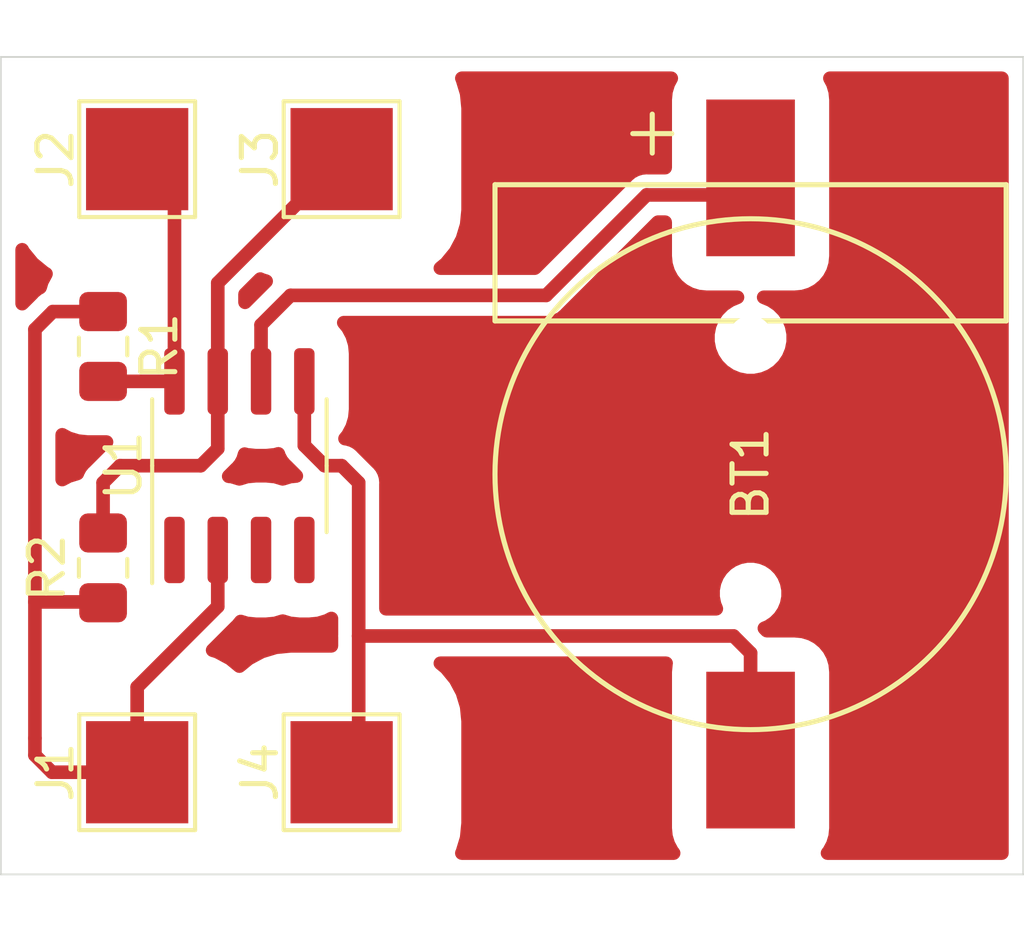
<source format=kicad_pcb>
(kicad_pcb (version 20171130) (host pcbnew 5.1.5)

  (general
    (thickness 1.6)
    (drawings 4)
    (tracks 39)
    (zones 0)
    (modules 8)
    (nets 6)
  )

  (page A4)
  (layers
    (0 F.Cu signal)
    (31 B.Cu signal)
    (32 B.Adhes user)
    (33 F.Adhes user)
    (34 B.Paste user)
    (35 F.Paste user)
    (36 B.SilkS user)
    (37 F.SilkS user)
    (38 B.Mask user)
    (39 F.Mask user)
    (40 Dwgs.User user)
    (41 Cmts.User user)
    (42 Eco1.User user)
    (43 Eco2.User user)
    (44 Edge.Cuts user)
    (45 Margin user)
    (46 B.CrtYd user)
    (47 F.CrtYd user)
    (48 B.Fab user)
    (49 F.Fab user)
  )

  (setup
    (last_trace_width 0.4)
    (trace_clearance 0.2)
    (zone_clearance 0.4)
    (zone_45_only no)
    (trace_min 0.2)
    (via_size 0.8)
    (via_drill 0.4)
    (via_min_size 0.4)
    (via_min_drill 0.3)
    (uvia_size 0.3)
    (uvia_drill 0.1)
    (uvias_allowed no)
    (uvia_min_size 0.2)
    (uvia_min_drill 0.1)
    (edge_width 0.05)
    (segment_width 0.2)
    (pcb_text_width 0.3)
    (pcb_text_size 1.5 1.5)
    (mod_edge_width 0.12)
    (mod_text_size 1 1)
    (mod_text_width 0.15)
    (pad_size 4.6 2.6)
    (pad_drill 0)
    (pad_to_mask_clearance 0.051)
    (solder_mask_min_width 0.25)
    (aux_axis_origin 0 0)
    (visible_elements FFFFFF7F)
    (pcbplotparams
      (layerselection 0x010fc_ffffffff)
      (usegerberextensions false)
      (usegerberattributes false)
      (usegerberadvancedattributes false)
      (creategerberjobfile false)
      (excludeedgelayer true)
      (linewidth 0.100000)
      (plotframeref false)
      (viasonmask false)
      (mode 1)
      (useauxorigin false)
      (hpglpennumber 1)
      (hpglpenspeed 20)
      (hpglpendiameter 15.000000)
      (psnegative false)
      (psa4output false)
      (plotreference true)
      (plotvalue true)
      (plotinvisibletext false)
      (padsonsilk false)
      (subtractmaskfromsilk false)
      (outputformat 1)
      (mirror false)
      (drillshape 1)
      (scaleselection 1)
      (outputdirectory ""))
  )

  (net 0 "")
  (net 1 /VBAT)
  (net 2 GND)
  (net 3 /SCL)
  (net 4 /SDA)
  (net 5 VCC)

  (net_class Default "This is the default net class."
    (clearance 0.2)
    (trace_width 0.4)
    (via_dia 0.8)
    (via_drill 0.4)
    (uvia_dia 0.3)
    (uvia_drill 0.1)
    (add_net /SCL)
    (add_net /SDA)
    (add_net /VBAT)
    (add_net GND)
    (add_net VCC)
  )

  (module project:BatteryHolder_Keystone_1056_1x1220 (layer F.Cu) (tedit 5E4966C4) (tstamp 5E49B659)
    (at 142 100.25 90)
    (path /5E4994B9)
    (fp_text reference BT1 (at 0 0 90) (layer F.SilkS)
      (effects (font (size 1 1) (thickness 0.15)))
    )
    (fp_text value CR1220 (at 0 0 90) (layer F.Fab)
      (effects (font (size 1 1) (thickness 0.15)))
    )
    (fp_text user + (at 10 -3 90) (layer F.SilkS)
      (effects (font (size 1.5 1.5) (thickness 0.15)))
    )
    (fp_line (start 4.5 7.5) (end 4.5 -7.5) (layer F.SilkS) (width 0.15))
    (fp_line (start 8.5 7.5) (end 4.5 7.5) (layer F.SilkS) (width 0.15))
    (fp_line (start 8.5 -7.5) (end 8.5 7.5) (layer F.SilkS) (width 0.15))
    (fp_line (start 4.5 -7.5) (end 8.5 -7.5) (layer F.SilkS) (width 0.15))
    (fp_circle (center 0 0) (end 7.5 0) (layer F.SilkS) (width 0.15))
    (pad 1 smd rect (at 8.7 0 90) (size 4.6 2.6) (layers F.Cu F.Paste F.Mask)
      (net 1 /VBAT) (clearance 1))
    (pad 2 smd rect (at -8.1 0 90) (size 4.6 2.6) (layers F.Cu F.Paste F.Mask)
      (net 2 GND) (clearance 1))
    (pad "" np_thru_hole circle (at 4 0 90) (size 1.3 1.3) (drill 1.3) (layers *.Cu *.Mask))
    (pad "" np_thru_hole circle (at -3.5 0 90) (size 1 1) (drill 1) (layers *.Cu *.Mask))
  )

  (module TestPoint:TestPoint_Pad_3.0x3.0mm (layer F.Cu) (tedit 5A0F774F) (tstamp 5E4981C2)
    (at 124 109 90)
    (descr "SMD rectangular pad as test Point, square 3.0mm side length")
    (tags "test point SMD pad rectangle square")
    (path /5E4A270F)
    (clearance 2)
    (attr virtual)
    (fp_text reference J1 (at 0 -2.398 90) (layer F.SilkS)
      (effects (font (size 1 1) (thickness 0.15)))
    )
    (fp_text value Conn_01x01 (at 0 2.55 90) (layer F.Fab)
      (effects (font (size 1 1) (thickness 0.15)))
    )
    (fp_line (start 2 2) (end -2 2) (layer F.CrtYd) (width 0.05))
    (fp_line (start 2 2) (end 2 -2) (layer F.CrtYd) (width 0.05))
    (fp_line (start -2 -2) (end -2 2) (layer F.CrtYd) (width 0.05))
    (fp_line (start -2 -2) (end 2 -2) (layer F.CrtYd) (width 0.05))
    (fp_line (start -1.7 1.7) (end -1.7 -1.7) (layer F.SilkS) (width 0.12))
    (fp_line (start 1.7 1.7) (end -1.7 1.7) (layer F.SilkS) (width 0.12))
    (fp_line (start 1.7 -1.7) (end 1.7 1.7) (layer F.SilkS) (width 0.12))
    (fp_line (start -1.7 -1.7) (end 1.7 -1.7) (layer F.SilkS) (width 0.12))
    (fp_text user %R (at 0 -2.4 90) (layer F.Fab)
      (effects (font (size 1 1) (thickness 0.15)))
    )
    (pad 1 smd rect (at 0 0 90) (size 3 3) (layers F.Cu F.Mask)
      (net 5 VCC))
  )

  (module TestPoint:TestPoint_Pad_3.0x3.0mm (layer F.Cu) (tedit 5E4944FA) (tstamp 5E49785E)
    (at 130 109 90)
    (descr "SMD rectangular pad as test Point, square 3.0mm side length")
    (tags "test point SMD pad rectangle square")
    (path /5E4A614E)
    (attr virtual)
    (fp_text reference J4 (at 0 -2.398 90) (layer F.SilkS)
      (effects (font (size 1 1) (thickness 0.15)))
    )
    (fp_text value Conn_01x01 (at 0 2.55 90) (layer F.Fab)
      (effects (font (size 1 1) (thickness 0.15)))
    )
    (fp_line (start 2 2) (end -2 2) (layer F.CrtYd) (width 0.05))
    (fp_line (start 2 2) (end 2 -2) (layer F.CrtYd) (width 0.05))
    (fp_line (start -2 -2) (end -2 2) (layer F.CrtYd) (width 0.05))
    (fp_line (start -2 -2) (end 2 -2) (layer F.CrtYd) (width 0.05))
    (fp_line (start -1.7 1.7) (end -1.7 -1.7) (layer F.SilkS) (width 0.12))
    (fp_line (start 1.7 1.7) (end -1.7 1.7) (layer F.SilkS) (width 0.12))
    (fp_line (start 1.7 -1.7) (end 1.7 1.7) (layer F.SilkS) (width 0.12))
    (fp_line (start -1.7 -1.7) (end 1.7 -1.7) (layer F.SilkS) (width 0.12))
    (fp_text user %R (at 0 -2.4 90) (layer F.Fab)
      (effects (font (size 1 1) (thickness 0.15)))
    )
    (pad 1 smd rect (at 0 0 90) (size 3 3) (layers F.Cu F.Mask)
      (net 2 GND) (clearance 2))
  )

  (module TestPoint:TestPoint_Pad_3.0x3.0mm (layer F.Cu) (tedit 5E494504) (tstamp 5E495E2B)
    (at 130 91 90)
    (descr "SMD rectangular pad as test Point, square 3.0mm side length")
    (tags "test point SMD pad rectangle square")
    (path /5E4A355B)
    (attr virtual)
    (fp_text reference J3 (at 0 -2.398 90) (layer F.SilkS)
      (effects (font (size 1 1) (thickness 0.15)))
    )
    (fp_text value Conn_01x01 (at 0 2.55 90) (layer F.Fab)
      (effects (font (size 1 1) (thickness 0.15)))
    )
    (fp_line (start 2 2) (end -2 2) (layer F.CrtYd) (width 0.05))
    (fp_line (start 2 2) (end 2 -2) (layer F.CrtYd) (width 0.05))
    (fp_line (start -2 -2) (end -2 2) (layer F.CrtYd) (width 0.05))
    (fp_line (start -2 -2) (end 2 -2) (layer F.CrtYd) (width 0.05))
    (fp_line (start -1.7 1.7) (end -1.7 -1.7) (layer F.SilkS) (width 0.12))
    (fp_line (start 1.7 1.7) (end -1.7 1.7) (layer F.SilkS) (width 0.12))
    (fp_line (start 1.7 -1.7) (end 1.7 1.7) (layer F.SilkS) (width 0.12))
    (fp_line (start -1.7 -1.7) (end 1.7 -1.7) (layer F.SilkS) (width 0.12))
    (fp_text user %R (at 0 -2.4 90) (layer F.Fab)
      (effects (font (size 1 1) (thickness 0.15)))
    )
    (pad 1 smd rect (at 0 0 90) (size 3 3) (layers F.Cu F.Mask)
      (net 4 /SDA) (clearance 2))
  )

  (module TestPoint:TestPoint_Pad_3.0x3.0mm (layer F.Cu) (tedit 5A0F774F) (tstamp 5E495E1D)
    (at 124 91 90)
    (descr "SMD rectangular pad as test Point, square 3.0mm side length")
    (tags "test point SMD pad rectangle square")
    (path /5E4A33B8)
    (clearance 2)
    (attr virtual)
    (fp_text reference J2 (at 0 -2.398 90) (layer F.SilkS)
      (effects (font (size 1 1) (thickness 0.15)))
    )
    (fp_text value Conn_01x01 (at 0 2.55 90) (layer F.Fab)
      (effects (font (size 1 1) (thickness 0.15)))
    )
    (fp_line (start 2 2) (end -2 2) (layer F.CrtYd) (width 0.05))
    (fp_line (start 2 2) (end 2 -2) (layer F.CrtYd) (width 0.05))
    (fp_line (start -2 -2) (end -2 2) (layer F.CrtYd) (width 0.05))
    (fp_line (start -2 -2) (end 2 -2) (layer F.CrtYd) (width 0.05))
    (fp_line (start -1.7 1.7) (end -1.7 -1.7) (layer F.SilkS) (width 0.12))
    (fp_line (start 1.7 1.7) (end -1.7 1.7) (layer F.SilkS) (width 0.12))
    (fp_line (start 1.7 -1.7) (end 1.7 1.7) (layer F.SilkS) (width 0.12))
    (fp_line (start -1.7 -1.7) (end 1.7 -1.7) (layer F.SilkS) (width 0.12))
    (fp_text user %R (at 0 -2.4 90) (layer F.Fab)
      (effects (font (size 1 1) (thickness 0.15)))
    )
    (pad 1 smd rect (at 0 0 90) (size 3 3) (layers F.Cu F.Mask)
      (net 3 /SCL))
  )

  (module Resistor_SMD:R_0805_2012Metric_Pad1.15x1.40mm_HandSolder (layer F.Cu) (tedit 5B36C52B) (tstamp 5E497ECE)
    (at 123 103 90)
    (descr "Resistor SMD 0805 (2012 Metric), square (rectangular) end terminal, IPC_7351 nominal with elongated pad for handsoldering. (Body size source: https://docs.google.com/spreadsheets/d/1BsfQQcO9C6DZCsRaXUlFlo91Tg2WpOkGARC1WS5S8t0/edit?usp=sharing), generated with kicad-footprint-generator")
    (tags "resistor handsolder")
    (path /5E49E3D0)
    (clearance 1)
    (attr smd)
    (fp_text reference R2 (at 0 -1.65 90) (layer F.SilkS)
      (effects (font (size 1 1) (thickness 0.15)))
    )
    (fp_text value 4.7k (at 0 1.65 90) (layer F.Fab)
      (effects (font (size 1 1) (thickness 0.15)))
    )
    (fp_text user %R (at 0 0 90) (layer F.Fab)
      (effects (font (size 0.5 0.5) (thickness 0.08)))
    )
    (fp_line (start 1.85 0.95) (end -1.85 0.95) (layer F.CrtYd) (width 0.05))
    (fp_line (start 1.85 -0.95) (end 1.85 0.95) (layer F.CrtYd) (width 0.05))
    (fp_line (start -1.85 -0.95) (end 1.85 -0.95) (layer F.CrtYd) (width 0.05))
    (fp_line (start -1.85 0.95) (end -1.85 -0.95) (layer F.CrtYd) (width 0.05))
    (fp_line (start -0.261252 0.71) (end 0.261252 0.71) (layer F.SilkS) (width 0.12))
    (fp_line (start -0.261252 -0.71) (end 0.261252 -0.71) (layer F.SilkS) (width 0.12))
    (fp_line (start 1 0.6) (end -1 0.6) (layer F.Fab) (width 0.1))
    (fp_line (start 1 -0.6) (end 1 0.6) (layer F.Fab) (width 0.1))
    (fp_line (start -1 -0.6) (end 1 -0.6) (layer F.Fab) (width 0.1))
    (fp_line (start -1 0.6) (end -1 -0.6) (layer F.Fab) (width 0.1))
    (pad 2 smd roundrect (at 1.025 0 90) (size 1.15 1.4) (layers F.Cu F.Paste F.Mask) (roundrect_rratio 0.217391)
      (net 4 /SDA))
    (pad 1 smd roundrect (at -1.025 0 90) (size 1.15 1.4) (layers F.Cu F.Paste F.Mask) (roundrect_rratio 0.217391)
      (net 5 VCC))
    (model ${KISYS3DMOD}/Resistor_SMD.3dshapes/R_0805_2012Metric.wrl
      (at (xyz 0 0 0))
      (scale (xyz 1 1 1))
      (rotate (xyz 0 0 0))
    )
  )

  (module Resistor_SMD:R_0805_2012Metric_Pad1.15x1.40mm_HandSolder (layer F.Cu) (tedit 5B36C52B) (tstamp 5E497F22)
    (at 123 96.5 270)
    (descr "Resistor SMD 0805 (2012 Metric), square (rectangular) end terminal, IPC_7351 nominal with elongated pad for handsoldering. (Body size source: https://docs.google.com/spreadsheets/d/1BsfQQcO9C6DZCsRaXUlFlo91Tg2WpOkGARC1WS5S8t0/edit?usp=sharing), generated with kicad-footprint-generator")
    (tags "resistor handsolder")
    (path /5E49DF68)
    (clearance 1)
    (attr smd)
    (fp_text reference R1 (at 0 -1.65 90) (layer F.SilkS)
      (effects (font (size 1 1) (thickness 0.15)))
    )
    (fp_text value 4.7k (at 0 1.65 90) (layer F.Fab)
      (effects (font (size 1 1) (thickness 0.15)))
    )
    (fp_text user %R (at 0 0 90) (layer F.Fab)
      (effects (font (size 0.5 0.5) (thickness 0.08)))
    )
    (fp_line (start 1.85 0.95) (end -1.85 0.95) (layer F.CrtYd) (width 0.05))
    (fp_line (start 1.85 -0.95) (end 1.85 0.95) (layer F.CrtYd) (width 0.05))
    (fp_line (start -1.85 -0.95) (end 1.85 -0.95) (layer F.CrtYd) (width 0.05))
    (fp_line (start -1.85 0.95) (end -1.85 -0.95) (layer F.CrtYd) (width 0.05))
    (fp_line (start -0.261252 0.71) (end 0.261252 0.71) (layer F.SilkS) (width 0.12))
    (fp_line (start -0.261252 -0.71) (end 0.261252 -0.71) (layer F.SilkS) (width 0.12))
    (fp_line (start 1 0.6) (end -1 0.6) (layer F.Fab) (width 0.1))
    (fp_line (start 1 -0.6) (end 1 0.6) (layer F.Fab) (width 0.1))
    (fp_line (start -1 -0.6) (end 1 -0.6) (layer F.Fab) (width 0.1))
    (fp_line (start -1 0.6) (end -1 -0.6) (layer F.Fab) (width 0.1))
    (pad 2 smd roundrect (at 1.025 0 270) (size 1.15 1.4) (layers F.Cu F.Paste F.Mask) (roundrect_rratio 0.217391)
      (net 3 /SCL))
    (pad 1 smd roundrect (at -1.025 0 270) (size 1.15 1.4) (layers F.Cu F.Paste F.Mask) (roundrect_rratio 0.217391)
      (net 5 VCC))
    (model ${KISYS3DMOD}/Resistor_SMD.3dshapes/R_0805_2012Metric.wrl
      (at (xyz 0 0 0))
      (scale (xyz 1 1 1))
      (rotate (xyz 0 0 0))
    )
  )

  (module Package_SO:SOIC-8_3.9x4.9mm_P1.27mm (layer F.Cu) (tedit 5D9F72B1) (tstamp 5E497F5B)
    (at 127 100 90)
    (descr "SOIC, 8 Pin (JEDEC MS-012AA, https://www.analog.com/media/en/package-pcb-resources/package/pkg_pdf/soic_narrow-r/r_8.pdf), generated with kicad-footprint-generator ipc_gullwing_generator.py")
    (tags "SOIC SO")
    (path /5E493B1A)
    (clearance 1)
    (attr smd)
    (fp_text reference U1 (at 0 -3.4 90) (layer F.SilkS)
      (effects (font (size 1 1) (thickness 0.15)))
    )
    (fp_text value DS3231MZ (at 0 3.4 90) (layer F.Fab)
      (effects (font (size 1 1) (thickness 0.15)))
    )
    (fp_text user %R (at 0 0 90) (layer F.Fab)
      (effects (font (size 0.98 0.98) (thickness 0.15)))
    )
    (fp_line (start 3.7 -2.7) (end -3.7 -2.7) (layer F.CrtYd) (width 0.05))
    (fp_line (start 3.7 2.7) (end 3.7 -2.7) (layer F.CrtYd) (width 0.05))
    (fp_line (start -3.7 2.7) (end 3.7 2.7) (layer F.CrtYd) (width 0.05))
    (fp_line (start -3.7 -2.7) (end -3.7 2.7) (layer F.CrtYd) (width 0.05))
    (fp_line (start -1.95 -1.475) (end -0.975 -2.45) (layer F.Fab) (width 0.1))
    (fp_line (start -1.95 2.45) (end -1.95 -1.475) (layer F.Fab) (width 0.1))
    (fp_line (start 1.95 2.45) (end -1.95 2.45) (layer F.Fab) (width 0.1))
    (fp_line (start 1.95 -2.45) (end 1.95 2.45) (layer F.Fab) (width 0.1))
    (fp_line (start -0.975 -2.45) (end 1.95 -2.45) (layer F.Fab) (width 0.1))
    (fp_line (start 0 -2.56) (end -3.45 -2.56) (layer F.SilkS) (width 0.12))
    (fp_line (start 0 -2.56) (end 1.95 -2.56) (layer F.SilkS) (width 0.12))
    (fp_line (start 0 2.56) (end -1.95 2.56) (layer F.SilkS) (width 0.12))
    (fp_line (start 0 2.56) (end 1.95 2.56) (layer F.SilkS) (width 0.12))
    (pad 8 smd roundrect (at 2.475 -1.905 90) (size 1.95 0.6) (layers F.Cu F.Paste F.Mask) (roundrect_rratio 0.25)
      (net 3 /SCL))
    (pad 7 smd roundrect (at 2.475 -0.635 90) (size 1.95 0.6) (layers F.Cu F.Paste F.Mask) (roundrect_rratio 0.25)
      (net 4 /SDA))
    (pad 6 smd roundrect (at 2.475 0.635 90) (size 1.95 0.6) (layers F.Cu F.Paste F.Mask) (roundrect_rratio 0.25)
      (net 1 /VBAT))
    (pad 5 smd roundrect (at 2.475 1.905 90) (size 1.95 0.6) (layers F.Cu F.Paste F.Mask) (roundrect_rratio 0.25)
      (net 2 GND))
    (pad 4 smd roundrect (at -2.475 1.905 90) (size 1.95 0.6) (layers F.Cu F.Paste F.Mask) (roundrect_rratio 0.25))
    (pad 3 smd roundrect (at -2.475 0.635 90) (size 1.95 0.6) (layers F.Cu F.Paste F.Mask) (roundrect_rratio 0.25))
    (pad 2 smd roundrect (at -2.475 -0.635 90) (size 1.95 0.6) (layers F.Cu F.Paste F.Mask) (roundrect_rratio 0.25)
      (net 5 VCC))
    (pad 1 smd roundrect (at -2.475 -1.905 90) (size 1.95 0.6) (layers F.Cu F.Paste F.Mask) (roundrect_rratio 0.25))
    (model ${KISYS3DMOD}/Package_SO.3dshapes/SOIC-8_3.9x4.9mm_P1.27mm.wrl
      (at (xyz 0 0 0))
      (scale (xyz 1 1 1))
      (rotate (xyz 0 0 0))
    )
  )

  (gr_line (start 120 112) (end 150 112) (layer Edge.Cuts) (width 0.05) (tstamp 5E49683E))
  (gr_line (start 120 88) (end 120 112) (layer Edge.Cuts) (width 0.05) (tstamp 5E497EFB))
  (gr_line (start 150 88) (end 120 88) (layer Edge.Cuts) (width 0.05))
  (gr_line (start 150 112) (end 150 88) (layer Edge.Cuts) (width 0.05))

  (segment (start 138.95 92.05) (end 142 92.05) (width 0.4) (layer F.Cu) (net 1))
  (segment (start 128.5 95) (end 136 95) (width 0.4) (layer F.Cu) (net 1))
  (segment (start 136 95) (end 138.95 92.05) (width 0.4) (layer F.Cu) (net 1))
  (segment (start 127.635 97.525) (end 127.635 95.865) (width 0.4) (layer F.Cu) (net 1))
  (segment (start 127.635 95.865) (end 128.5 95) (width 0.4) (layer F.Cu) (net 1))
  (segment (start 130.5 108.5) (end 130 109) (width 0.4) (layer F.Cu) (net 2))
  (segment (start 128.905 99.405) (end 129.5 100) (width 0.4) (layer F.Cu) (net 2))
  (segment (start 129.5 100) (end 130 100) (width 0.4) (layer F.Cu) (net 2))
  (segment (start 130 100) (end 130.5 100.5) (width 0.4) (layer F.Cu) (net 2))
  (segment (start 128.905 97.525) (end 128.905 99.405) (width 0.4) (layer F.Cu) (net 2))
  (segment (start 142 107.85) (end 142 105.5) (width 0.4) (layer F.Cu) (net 2))
  (segment (start 141.5 105) (end 130.5 105) (width 0.4) (layer F.Cu) (net 2))
  (segment (start 142 105.5) (end 141.5 105) (width 0.4) (layer F.Cu) (net 2))
  (segment (start 130.5 100.5) (end 130.5 105) (width 0.4) (layer F.Cu) (net 2))
  (segment (start 130.5 105) (end 130.5 108.5) (width 0.4) (layer F.Cu) (net 2))
  (segment (start 124.095 91.095) (end 124 91) (width 0.4) (layer F.Cu) (net 3))
  (segment (start 125.095 97.525) (end 123 97.525) (width 0.4) (layer F.Cu) (net 3) (tstamp 5E497EF2))
  (segment (start 125.095 92.095) (end 124 91) (width 0.4) (layer F.Cu) (net 3))
  (segment (start 125.095 97.525) (end 125.095 92.095) (width 0.4) (layer F.Cu) (net 3))
  (segment (start 126.365 94.635) (end 130 91) (width 0.4) (layer F.Cu) (net 4))
  (segment (start 126.365 97.525) (end 126.365 94.635) (width 0.4) (layer F.Cu) (net 4))
  (segment (start 126.365 99.5) (end 125.865 100) (width 0.4) (layer F.Cu) (net 4))
  (segment (start 126.365 97.525) (end 126.365 99.5) (width 0.4) (layer F.Cu) (net 4))
  (segment (start 125.865 100) (end 123.5 100) (width 0.4) (layer F.Cu) (net 4))
  (segment (start 123.5 100) (end 123 100.5) (width 0.4) (layer F.Cu) (net 4))
  (segment (start 123 100.5) (end 123 101.975) (width 0.4) (layer F.Cu) (net 4))
  (segment (start 122.975 95.5) (end 123 95.475) (width 0.4) (layer F.Cu) (net 5) (tstamp 5E497E9E))
  (segment (start 122.975 104) (end 123 104.025) (width 0.4) (layer F.Cu) (net 5) (tstamp 5E497EA7))
  (segment (start 121 104) (end 121 108) (width 0.4) (layer F.Cu) (net 5) (tstamp 5E497F10))
  (segment (start 121 104) (end 122.475 104) (width 0.4) (layer F.Cu) (net 5) (tstamp 5E497EBC))
  (segment (start 121 108.5) (end 121 108) (width 0.4) (layer F.Cu) (net 5))
  (segment (start 121.5 109) (end 121 108.5) (width 0.4) (layer F.Cu) (net 5))
  (segment (start 124 109) (end 121.5 109) (width 0.4) (layer F.Cu) (net 5))
  (segment (start 126.365 104.135) (end 124 106.5) (width 0.4) (layer F.Cu) (net 5))
  (segment (start 126.365 102.475) (end 126.365 104.135) (width 0.4) (layer F.Cu) (net 5))
  (segment (start 124 109) (end 124 106.5) (width 0.4) (layer F.Cu) (net 5))
  (segment (start 121.525 95.475) (end 123 95.475) (width 0.4) (layer F.Cu) (net 5))
  (segment (start 121 104) (end 121 96) (width 0.4) (layer F.Cu) (net 5))
  (segment (start 121 96) (end 121.525 95.475) (width 0.4) (layer F.Cu) (net 5))

  (zone (net 0) (net_name "") (layer F.Cu) (tstamp 0) (hatch edge 0.508)
    (connect_pads (clearance 0.4))
    (min_thickness 0.4)
    (fill yes (arc_segments 32) (thermal_gap 0.508) (thermal_bridge_width 0.508))
    (polygon
      (pts
        (xy 150 112) (xy 120 112) (xy 120 88) (xy 150 88)
      )
    )
    (filled_polygon
      (pts
        (xy 149.375 111.375) (xy 144.25738 111.375) (xy 144.302591 111.31991) (xy 144.414019 111.111442) (xy 144.482637 110.885241)
        (xy 144.505806 110.65) (xy 144.505806 106.05) (xy 144.482637 105.814759) (xy 144.414019 105.588558) (xy 144.302591 105.38009)
        (xy 144.152634 105.197366) (xy 143.96991 105.047409) (xy 143.761442 104.935981) (xy 143.535241 104.867363) (xy 143.3 104.844194)
        (xy 142.475563 104.844194) (xy 142.404465 104.773096) (xy 142.521045 104.724807) (xy 142.701209 104.604425) (xy 142.854425 104.451209)
        (xy 142.974807 104.271045) (xy 143.057727 104.070858) (xy 143.1 103.858341) (xy 143.1 103.641659) (xy 143.057727 103.429142)
        (xy 142.974807 103.228955) (xy 142.854425 103.048791) (xy 142.701209 102.895575) (xy 142.521045 102.775193) (xy 142.320858 102.692273)
        (xy 142.108341 102.65) (xy 141.891659 102.65) (xy 141.679142 102.692273) (xy 141.478955 102.775193) (xy 141.298791 102.895575)
        (xy 141.145575 103.048791) (xy 141.025193 103.228955) (xy 140.942273 103.429142) (xy 140.9 103.641659) (xy 140.9 103.858341)
        (xy 140.942273 104.070858) (xy 140.995765 104.2) (xy 131.3 104.2) (xy 131.3 100.539291) (xy 131.30387 100.5)
        (xy 131.297915 100.439541) (xy 131.288424 100.343173) (xy 131.242679 100.192372) (xy 131.168394 100.053395) (xy 131.168393 100.053393)
        (xy 131.142518 100.021865) (xy 131.068422 99.931578) (xy 131.037893 99.906524) (xy 130.593474 99.462104) (xy 130.568422 99.431578)
        (xy 130.446606 99.331607) (xy 130.307628 99.257321) (xy 130.156827 99.211576) (xy 130.09815 99.205797) (xy 130.182311 99.103245)
        (xy 130.307601 98.868844) (xy 130.384755 98.614505) (xy 130.410806 98.35) (xy 130.410806 96.7) (xy 130.384755 96.435495)
        (xy 130.307601 96.181156) (xy 130.182311 95.946755) (xy 130.061873 95.8) (xy 135.960709 95.8) (xy 136 95.80387)
        (xy 136.039291 95.8) (xy 136.039293 95.8) (xy 136.156827 95.788424) (xy 136.307628 95.742679) (xy 136.446606 95.668393)
        (xy 136.568422 95.568422) (xy 136.593473 95.537897) (xy 139.281371 92.85) (xy 139.494194 92.85) (xy 139.494194 93.85)
        (xy 139.517363 94.085241) (xy 139.585981 94.311442) (xy 139.697409 94.51991) (xy 139.847366 94.702634) (xy 140.03009 94.852591)
        (xy 140.238558 94.964019) (xy 140.464759 95.032637) (xy 140.7 95.055806) (xy 141.616633 95.055806) (xy 141.407903 95.142265)
        (xy 141.203172 95.279062) (xy 141.029062 95.453172) (xy 140.892265 95.657903) (xy 140.798037 95.885389) (xy 140.75 96.126886)
        (xy 140.75 96.373114) (xy 140.798037 96.614611) (xy 140.892265 96.842097) (xy 141.029062 97.046828) (xy 141.203172 97.220938)
        (xy 141.407903 97.357735) (xy 141.635389 97.451963) (xy 141.876886 97.5) (xy 142.123114 97.5) (xy 142.364611 97.451963)
        (xy 142.592097 97.357735) (xy 142.796828 97.220938) (xy 142.970938 97.046828) (xy 143.107735 96.842097) (xy 143.201963 96.614611)
        (xy 143.25 96.373114) (xy 143.25 96.126886) (xy 143.201963 95.885389) (xy 143.107735 95.657903) (xy 142.970938 95.453172)
        (xy 142.796828 95.279062) (xy 142.592097 95.142265) (xy 142.383367 95.055806) (xy 143.3 95.055806) (xy 143.535241 95.032637)
        (xy 143.761442 94.964019) (xy 143.96991 94.852591) (xy 144.152634 94.702634) (xy 144.302591 94.51991) (xy 144.414019 94.311442)
        (xy 144.482637 94.085241) (xy 144.505806 93.85) (xy 144.505806 89.25) (xy 144.482637 89.014759) (xy 144.414019 88.788558)
        (xy 144.326596 88.625) (xy 149.375001 88.625)
      )
    )
    (filled_polygon
      (pts
        (xy 139.517363 105.814759) (xy 139.494194 106.05) (xy 139.494194 110.65) (xy 139.517363 110.885241) (xy 139.585981 111.111442)
        (xy 139.697409 111.31991) (xy 139.74262 111.375) (xy 133.526856 111.375) (xy 133.542369 111.345977) (xy 133.668167 110.931275)
        (xy 133.710644 110.5) (xy 133.710644 107.5) (xy 133.668167 107.068725) (xy 133.542369 106.654023) (xy 133.338083 106.271832)
        (xy 133.063161 105.936839) (xy 132.896422 105.8) (xy 139.52184 105.8)
      )
    )
    (filled_polygon
      (pts
        (xy 129.700001 104.960697) (xy 129.69613 105) (xy 129.7 105.039293) (xy 129.7 105.289356) (xy 128.5 105.289356)
        (xy 128.068725 105.331833) (xy 127.654023 105.457631) (xy 127.271832 105.661917) (xy 127 105.885004) (xy 126.728168 105.661917)
        (xy 126.345977 105.457631) (xy 126.213827 105.417544) (xy 126.902902 104.728469) (xy 126.933422 104.703422) (xy 126.972499 104.655806)
        (xy 127.033393 104.581607) (xy 127.037353 104.574199) (xy 127.220495 104.629755) (xy 127.485 104.655806) (xy 127.785 104.655806)
        (xy 128.049505 104.629755) (xy 128.27 104.562868) (xy 128.490495 104.629755) (xy 128.755 104.655806) (xy 129.055 104.655806)
        (xy 129.319505 104.629755) (xy 129.573844 104.552601) (xy 129.700001 104.485169)
      )
    )
    (filled_polygon
      (pts
        (xy 121.992887 99.194989) (xy 122.265986 99.277833) (xy 122.549999 99.305806) (xy 123.101663 99.305806) (xy 123.053393 99.331607)
        (xy 123.021865 99.357482) (xy 122.931578 99.431578) (xy 122.906523 99.462108) (xy 122.462104 99.906526) (xy 122.431578 99.931578)
        (xy 122.40653 99.9621) (xy 122.331607 100.053394) (xy 122.276321 100.156827) (xy 122.257321 100.192373) (xy 122.246489 100.228081)
        (xy 121.992887 100.305011) (xy 121.8 100.40811) (xy 121.8 99.09189)
      )
    )
    (filled_polygon
      (pts
        (xy 128.162321 99.712627) (xy 128.236607 99.851606) (xy 128.311531 99.942901) (xy 128.336579 99.973422) (xy 128.367098 99.998468)
        (xy 128.671088 100.302458) (xy 128.490495 100.320245) (xy 128.27 100.387132) (xy 128.049505 100.320245) (xy 127.785 100.294194)
        (xy 127.485 100.294194) (xy 127.220495 100.320245) (xy 127 100.387132) (xy 126.779505 100.320245) (xy 126.685393 100.310976)
        (xy 126.902892 100.093477) (xy 126.933422 100.068422) (xy 127.020678 99.9621) (xy 127.033393 99.946607) (xy 127.107679 99.807628)
        (xy 127.122939 99.757321) (xy 127.152707 99.659191) (xy 127.220495 99.679755) (xy 127.485 99.705806) (xy 127.785 99.705806)
        (xy 128.049505 99.679755) (xy 128.143683 99.651186)
      )
    )
    (filled_polygon
      (pts
        (xy 120.661917 93.728168) (xy 120.936839 94.063161) (xy 121.271832 94.338083) (xy 121.32579 94.366924) (xy 121.205011 94.592887)
        (xy 121.152137 94.76719) (xy 121.078393 94.806607) (xy 121.033838 94.843173) (xy 120.956578 94.906578) (xy 120.931527 94.937103)
        (xy 120.625 95.24363) (xy 120.625 93.659101)
      )
    )
    (filled_polygon
      (pts
        (xy 127.654023 94.542369) (xy 127.786174 94.582456) (xy 127.165 95.20363) (xy 127.165 94.96637) (xy 127.61165 94.51972)
      )
    )
    (filled_polygon
      (pts
        (xy 139.585981 88.788558) (xy 139.517363 89.014759) (xy 139.494194 89.25) (xy 139.494194 91.25) (xy 138.98929 91.25)
        (xy 138.949999 91.24613) (xy 138.910708 91.25) (xy 138.910707 91.25) (xy 138.793173 91.261576) (xy 138.695747 91.29113)
        (xy 138.642372 91.307321) (xy 138.503393 91.381607) (xy 138.412098 91.456531) (xy 138.381578 91.481578) (xy 138.356531 91.512098)
        (xy 135.66863 94.2) (xy 132.896422 94.2) (xy 133.063161 94.063161) (xy 133.338083 93.728168) (xy 133.542369 93.345977)
        (xy 133.668167 92.931275) (xy 133.710644 92.5) (xy 133.710644 89.5) (xy 133.668167 89.068725) (xy 133.542369 88.654023)
        (xy 133.526856 88.625) (xy 139.673404 88.625)
      )
    )
  )
)

</source>
